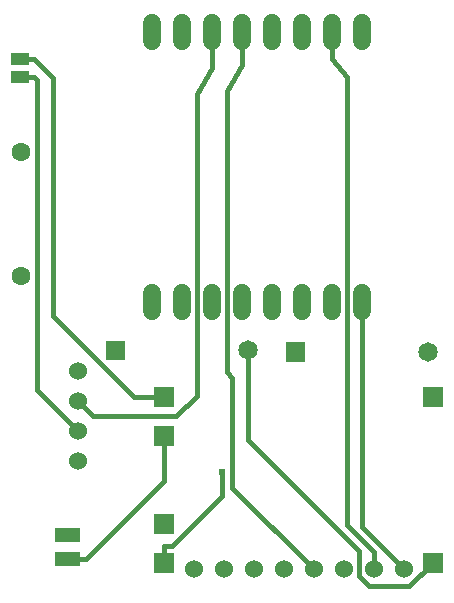
<source format=gtl>
G04 Layer: TopLayer*
G04 EasyEDA v6.4.25, 2022-03-11T05:41:43+01:00*
G04 Gerber Generator version 0.2*
G04 Scale: 100 percent, Rotated: No, Reflected: No *
G04 Dimensions in millimeters *
G04 leading zeros omitted , absolute positions ,4 integer and 5 decimal *
%FSLAX45Y45*%
%MOMM*%

%ADD11C,0.4000*%
%ADD12C,0.6100*%
%ADD13R,1.5000X1.0000*%
%ADD15C,1.6500*%
%ADD16C,1.5240*%
%ADD18C,1.6000*%
%ADD19R,1.8000X1.8000*%

%LPD*%
D11*
X2260348Y6200391D02*
G01*
X2260348Y5812177D01*
X1605968Y5157797D01*
X1447802Y5157797D02*
G01*
X1605968Y5157797D01*
X1041402Y9385297D02*
G01*
X1166624Y9385297D01*
X4540760Y5125463D02*
G01*
X4340202Y4924905D01*
X3998953Y4924905D01*
X3911602Y5012255D01*
X3911602Y5223532D01*
X2975510Y6159624D01*
X2975510Y6921497D01*
X4292602Y5067297D02*
G01*
X3937002Y5422897D01*
X3937002Y7327897D01*
X2260348Y5265671D02*
G01*
X2330452Y5265671D01*
X2753641Y5688860D01*
X2753641Y5891121D01*
X2260348Y5125463D02*
G01*
X2260348Y5265671D01*
X1041402Y9232897D02*
G01*
X1166624Y9232897D01*
X1536702Y6235697D02*
G01*
X1184328Y6588071D01*
X1184328Y9215193D01*
X1166624Y9232897D01*
X3530600Y5067300D02*
G01*
X2842768Y5755131D01*
X2842768Y6686550D01*
X2794000Y6735318D01*
X2794000Y9119362D01*
X2921000Y9334500D01*
X2921000Y9613900D01*
X4038600Y5067300D02*
G01*
X4038600Y5215381D01*
X3810000Y5443981D01*
X3810000Y9232900D01*
X3683000Y9385300D01*
X3683000Y9613900D01*
X2260345Y6525513D02*
G01*
X2010409Y6525513D01*
X1320800Y7215123D01*
X1320800Y9231121D01*
X1166621Y9385300D01*
X1536700Y6489700D02*
G01*
X1663700Y6362700D01*
X2366263Y6362700D01*
X2540000Y6536436D01*
X2540000Y9093200D01*
X2667000Y9309100D01*
X2667000Y9613900D01*
D13*
G01*
X1041400Y9232900D03*
G01*
X1041400Y9385300D03*
G36*
X3291992Y6991299D02*
G01*
X3456990Y6991299D01*
X3456990Y6826300D01*
X3291992Y6826300D01*
G37*
D15*
G01*
X4499508Y6908800D03*
G36*
X1767992Y7003999D02*
G01*
X1932990Y7003999D01*
X1932990Y6839000D01*
X1767992Y6839000D01*
G37*
G01*
X2975508Y6921500D03*
D16*
G01*
X1536700Y6743700D03*
G01*
X1536700Y6489700D03*
G01*
X1536700Y6235700D03*
G01*
X1536700Y5981700D03*
G36*
X1339850Y5217744D02*
G01*
X1555750Y5217744D01*
X1555750Y5097856D01*
X1339850Y5097856D01*
G37*
G36*
X1339850Y5417743D02*
G01*
X1555750Y5417743D01*
X1555750Y5297855D01*
X1339850Y5297855D01*
G37*
D18*
G01*
X1054100Y7552181D03*
G01*
X1054100Y8602192D03*
D19*
G01*
X4540758Y5125465D03*
G01*
X4540758Y6525513D03*
G01*
X2260345Y5125465D03*
G01*
X2260345Y6525513D03*
G01*
X2260345Y5450586D03*
G01*
X2260345Y6200394D03*
D16*
G01*
X4292600Y5067300D03*
G01*
X4038600Y5067300D03*
G01*
X3784600Y5067300D03*
G01*
X3530600Y5067300D03*
G01*
X3276600Y5067300D03*
G01*
X3022600Y5067300D03*
G01*
X2768600Y5067300D03*
G01*
X2514600Y5067300D03*
D12*
G01*
X2753639Y5891123D03*
D16*
X2159000Y7251700D02*
G01*
X2159000Y7404100D01*
X2413000Y7251700D02*
G01*
X2413000Y7404100D01*
X2667000Y7251700D02*
G01*
X2667000Y7404100D01*
X2921000Y7251700D02*
G01*
X2921000Y7404100D01*
X3175000Y7251700D02*
G01*
X3175000Y7404100D01*
X3429000Y7251700D02*
G01*
X3429000Y7404100D01*
X3683000Y7251700D02*
G01*
X3683000Y7404100D01*
X3937000Y7251700D02*
G01*
X3937000Y7404100D01*
X3937000Y9537700D02*
G01*
X3937000Y9690100D01*
X3683000Y9537700D02*
G01*
X3683000Y9690100D01*
X3429000Y9537700D02*
G01*
X3429000Y9690100D01*
X3175000Y9537700D02*
G01*
X3175000Y9690100D01*
X2921000Y9537700D02*
G01*
X2921000Y9690100D01*
X2667000Y9537700D02*
G01*
X2667000Y9690100D01*
X2413000Y9537700D02*
G01*
X2413000Y9690100D01*
X2159000Y9537700D02*
G01*
X2159000Y9690100D01*
M02*

</source>
